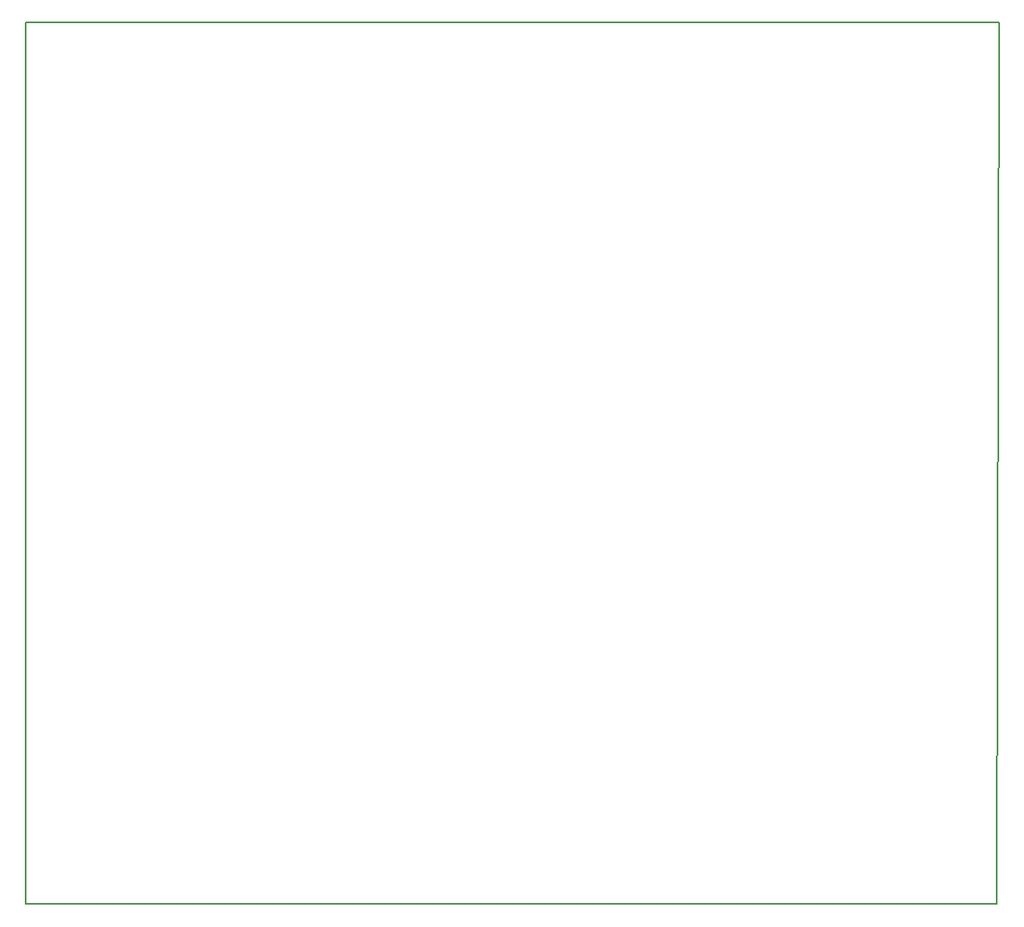
<source format=gbr>
G04 #@! TF.GenerationSoftware,KiCad,Pcbnew,(5.0.1)-4*
G04 #@! TF.CreationDate,2019-02-10T23:48:12-08:00*
G04 #@! TF.ProjectId,ActionPanel,416374696F6E50616E656C2E6B696361,rev?*
G04 #@! TF.SameCoordinates,Original*
G04 #@! TF.FileFunction,Profile,NP*
%FSLAX46Y46*%
G04 Gerber Fmt 4.6, Leading zero omitted, Abs format (unit mm)*
G04 Created by KiCad (PCBNEW (5.0.1)-4) date 2/10/2019 11:48:12 PM*
%MOMM*%
%LPD*%
G01*
G04 APERTURE LIST*
%ADD10C,0.200000*%
%ADD11C,0.150000*%
G04 APERTURE END LIST*
D10*
X196342000Y-139446000D02*
X97028000Y-139446000D01*
D11*
X196596000Y-49276000D02*
X97028000Y-49276000D01*
X196342000Y-139446000D02*
X196596000Y-49276000D01*
X97028000Y-49276000D02*
X97028000Y-139446000D01*
M02*

</source>
